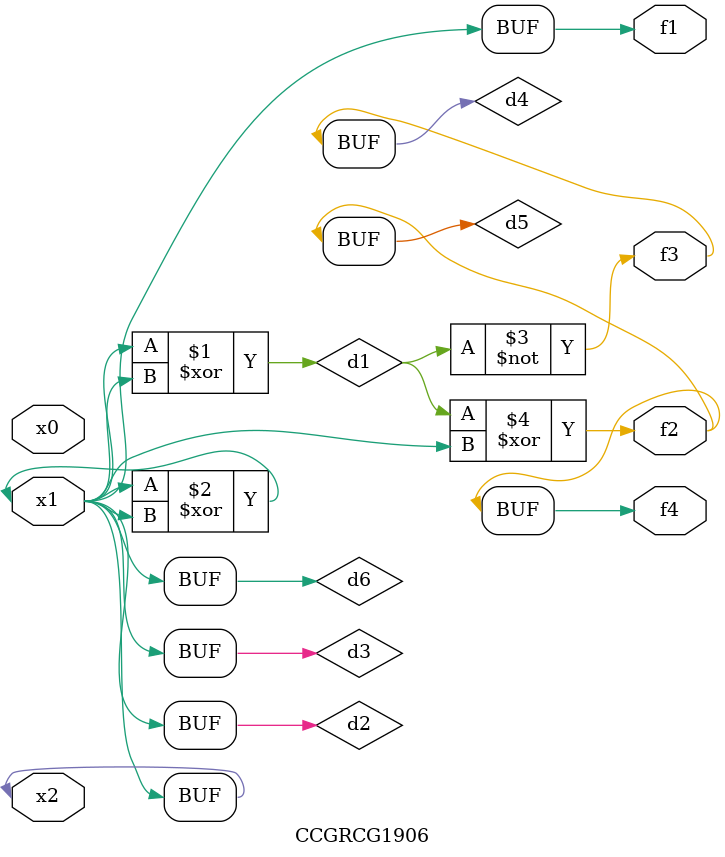
<source format=v>
module CCGRCG1906(
	input x0, x1, x2,
	output f1, f2, f3, f4
);

	wire d1, d2, d3, d4, d5, d6;

	xor (d1, x1, x2);
	buf (d2, x1, x2);
	xor (d3, x1, x2);
	nor (d4, d1);
	xor (d5, d1, d2);
	buf (d6, d2, d3);
	assign f1 = d6;
	assign f2 = d5;
	assign f3 = d4;
	assign f4 = d5;
endmodule

</source>
